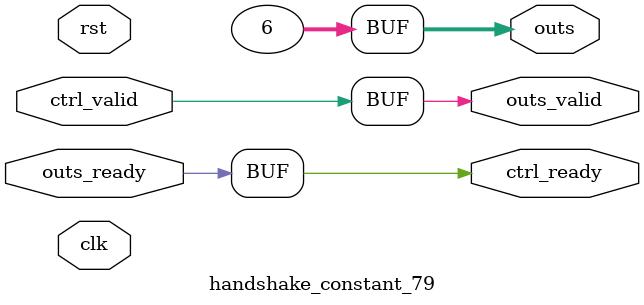
<source format=v>
`timescale 1ns / 1ps
module handshake_constant_79 #(
  parameter DATA_WIDTH = 32  // Default set to 32 bits
) (
  input                       clk,
  input                       rst,
  // Input Channel
  input                       ctrl_valid,
  output                      ctrl_ready,
  // Output Channel
  output [DATA_WIDTH - 1 : 0] outs,
  output                      outs_valid,
  input                       outs_ready
);
  assign outs       = 4'b0110;
  assign outs_valid = ctrl_valid;
  assign ctrl_ready = outs_ready;

endmodule

</source>
